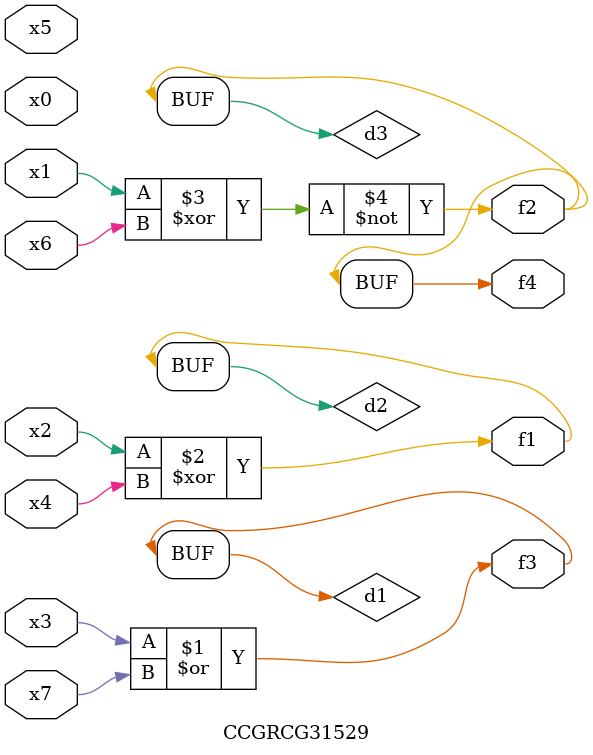
<source format=v>
module CCGRCG31529(
	input x0, x1, x2, x3, x4, x5, x6, x7,
	output f1, f2, f3, f4
);

	wire d1, d2, d3;

	or (d1, x3, x7);
	xor (d2, x2, x4);
	xnor (d3, x1, x6);
	assign f1 = d2;
	assign f2 = d3;
	assign f3 = d1;
	assign f4 = d3;
endmodule

</source>
